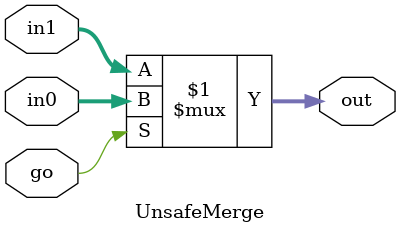
<source format=sv>

module UnsafeMerge #(
    parameter W = 32
) (
    input logic go,
    input logic [W-1:0] in0,
    input logic [W-1:0] in1,
    output logic [W-1:0] out
);
  assign out = go ? in0 : in1;
endmodule

</source>
